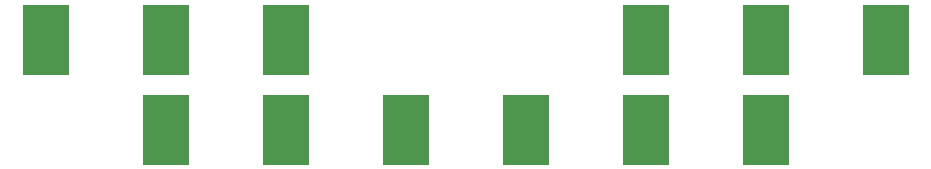
<source format=gbp>
G04 MADE WITH FRITZING*
G04 WWW.FRITZING.ORG*
G04 DOUBLE SIDED*
G04 HOLES PLATED*
G04 CONTOUR ON CENTER OF CONTOUR VECTOR*
%ASAXBY*%
%FSLAX23Y23*%
%MOIN*%
%OFA0B0*%
%SFA1.0B1.0*%
%ADD10R,0.157480X0.236220*%
%LNPASTEMASK0*%
G90*
G70*
G54D10*
X198Y450D03*
X598Y150D03*
X598Y450D03*
X998Y150D03*
X998Y450D03*
X1398Y150D03*
X2198Y450D03*
X1798Y150D03*
X2598Y450D03*
X2198Y150D03*
X2998Y450D03*
X2598Y150D03*
G04 End of PasteMask0*
M02*
</source>
